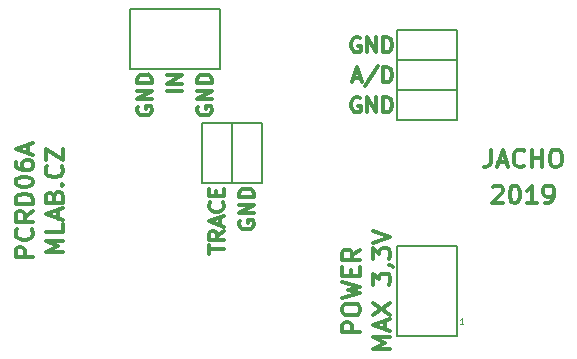
<source format=gbr>
G04 #@! TF.GenerationSoftware,KiCad,Pcbnew,(5.1.0-rc1-3-g6bb8fde48)*
G04 #@! TF.CreationDate,2019-08-06T08:57:09+02:00
G04 #@! TF.ProjectId,PCRD06A,50435244-3036-4412-9e6b-696361645f70,REV*
G04 #@! TF.SameCoordinates,Original*
G04 #@! TF.FileFunction,Legend,Top*
G04 #@! TF.FilePolarity,Positive*
%FSLAX46Y46*%
G04 Gerber Fmt 4.6, Leading zero omitted, Abs format (unit mm)*
G04 Created by KiCad (PCBNEW (5.1.0-rc1-3-g6bb8fde48)) date 2019-08-06 08:57:09*
%MOMM*%
%LPD*%
G04 APERTURE LIST*
%ADD10C,0.300000*%
%ADD11C,0.150000*%
%ADD12C,0.050000*%
G04 APERTURE END LIST*
D10*
X30869571Y32654000D02*
X30745761Y32715904D01*
X30560047Y32715904D01*
X30374333Y32654000D01*
X30250523Y32530190D01*
X30188619Y32406380D01*
X30126714Y32158761D01*
X30126714Y31973047D01*
X30188619Y31725428D01*
X30250523Y31601619D01*
X30374333Y31477809D01*
X30560047Y31415904D01*
X30683857Y31415904D01*
X30869571Y31477809D01*
X30931476Y31539714D01*
X30931476Y31973047D01*
X30683857Y31973047D01*
X31488619Y31415904D02*
X31488619Y32715904D01*
X32231476Y31415904D01*
X32231476Y32715904D01*
X32850523Y31415904D02*
X32850523Y32715904D01*
X33160047Y32715904D01*
X33345761Y32654000D01*
X33469571Y32530190D01*
X33531476Y32406380D01*
X33593380Y32158761D01*
X33593380Y31973047D01*
X33531476Y31725428D01*
X33469571Y31601619D01*
X33345761Y31477809D01*
X33160047Y31415904D01*
X32850523Y31415904D01*
X17130000Y26805571D02*
X17068095Y26681761D01*
X17068095Y26496047D01*
X17130000Y26310333D01*
X17253809Y26186523D01*
X17377619Y26124619D01*
X17625238Y26062714D01*
X17810952Y26062714D01*
X18058571Y26124619D01*
X18182380Y26186523D01*
X18306190Y26310333D01*
X18368095Y26496047D01*
X18368095Y26619857D01*
X18306190Y26805571D01*
X18244285Y26867476D01*
X17810952Y26867476D01*
X17810952Y26619857D01*
X18368095Y27424619D02*
X17068095Y27424619D01*
X18368095Y28167476D01*
X17068095Y28167476D01*
X18368095Y28786523D02*
X17068095Y28786523D01*
X17068095Y29096047D01*
X17130000Y29281761D01*
X17253809Y29405571D01*
X17377619Y29467476D01*
X17625238Y29529380D01*
X17810952Y29529380D01*
X18058571Y29467476D01*
X18182380Y29405571D01*
X18306190Y29281761D01*
X18368095Y29096047D01*
X18368095Y28786523D01*
X15828095Y28105571D02*
X14528095Y28105571D01*
X15828095Y28724619D02*
X14528095Y28724619D01*
X15828095Y29467476D01*
X14528095Y29467476D01*
X30899571Y7711714D02*
X29399571Y7711714D01*
X29399571Y8283142D01*
X29471000Y8426000D01*
X29542428Y8497428D01*
X29685285Y8568857D01*
X29899571Y8568857D01*
X30042428Y8497428D01*
X30113857Y8426000D01*
X30185285Y8283142D01*
X30185285Y7711714D01*
X29399571Y9497428D02*
X29399571Y9783142D01*
X29471000Y9926000D01*
X29613857Y10068857D01*
X29899571Y10140285D01*
X30399571Y10140285D01*
X30685285Y10068857D01*
X30828142Y9926000D01*
X30899571Y9783142D01*
X30899571Y9497428D01*
X30828142Y9354571D01*
X30685285Y9211714D01*
X30399571Y9140285D01*
X29899571Y9140285D01*
X29613857Y9211714D01*
X29471000Y9354571D01*
X29399571Y9497428D01*
X29399571Y10640285D02*
X30899571Y10997428D01*
X29828142Y11283142D01*
X30899571Y11568857D01*
X29399571Y11926000D01*
X30113857Y12497428D02*
X30113857Y12997428D01*
X30899571Y13211714D02*
X30899571Y12497428D01*
X29399571Y12497428D01*
X29399571Y13211714D01*
X30899571Y14711714D02*
X30185285Y14211714D01*
X30899571Y13854571D02*
X29399571Y13854571D01*
X29399571Y14426000D01*
X29471000Y14568857D01*
X29542428Y14640285D01*
X29685285Y14711714D01*
X29899571Y14711714D01*
X30042428Y14640285D01*
X30113857Y14568857D01*
X30185285Y14426000D01*
X30185285Y13854571D01*
X33449571Y6318857D02*
X31949571Y6318857D01*
X33021000Y6818857D01*
X31949571Y7318857D01*
X33449571Y7318857D01*
X33021000Y7961714D02*
X33021000Y8675999D01*
X33449571Y7818857D02*
X31949571Y8318857D01*
X33449571Y8818857D01*
X31949571Y9175999D02*
X33449571Y10176000D01*
X31949571Y10176000D02*
X33449571Y9175999D01*
X31949571Y11747428D02*
X31949571Y12676000D01*
X32521000Y12176000D01*
X32521000Y12390285D01*
X32592428Y12533142D01*
X32663857Y12604571D01*
X32806714Y12676000D01*
X33163857Y12676000D01*
X33306714Y12604571D01*
X33378142Y12533142D01*
X33449571Y12390285D01*
X33449571Y11961714D01*
X33378142Y11818857D01*
X33306714Y11747428D01*
X33378142Y13390285D02*
X33449571Y13390285D01*
X33592428Y13318857D01*
X33663857Y13247428D01*
X31949571Y13890285D02*
X31949571Y14818857D01*
X32521000Y14318857D01*
X32521000Y14533142D01*
X32592428Y14676000D01*
X32663857Y14747428D01*
X32806714Y14818857D01*
X33163857Y14818857D01*
X33306714Y14747428D01*
X33378142Y14676000D01*
X33449571Y14533142D01*
X33449571Y14104571D01*
X33378142Y13961714D01*
X33306714Y13890285D01*
X31949571Y15247428D02*
X33449571Y15747428D01*
X31949571Y16247428D01*
X30312428Y29247333D02*
X30931476Y29247333D01*
X30188619Y28875904D02*
X30621952Y30175904D01*
X31055285Y28875904D01*
X32417190Y30237809D02*
X31302904Y28566380D01*
X32850523Y28875904D02*
X32850523Y30175904D01*
X33160047Y30175904D01*
X33345761Y30114000D01*
X33469571Y29990190D01*
X33531476Y29866380D01*
X33593380Y29618761D01*
X33593380Y29433047D01*
X33531476Y29185428D01*
X33469571Y29061619D01*
X33345761Y28937809D01*
X33160047Y28875904D01*
X32850523Y28875904D01*
X20686000Y17153571D02*
X20624095Y17029761D01*
X20624095Y16844047D01*
X20686000Y16658333D01*
X20809809Y16534523D01*
X20933619Y16472619D01*
X21181238Y16410714D01*
X21366952Y16410714D01*
X21614571Y16472619D01*
X21738380Y16534523D01*
X21862190Y16658333D01*
X21924095Y16844047D01*
X21924095Y16967857D01*
X21862190Y17153571D01*
X21800285Y17215476D01*
X21366952Y17215476D01*
X21366952Y16967857D01*
X21924095Y17772619D02*
X20624095Y17772619D01*
X21924095Y18515476D01*
X20624095Y18515476D01*
X21924095Y19134523D02*
X20624095Y19134523D01*
X20624095Y19444047D01*
X20686000Y19629761D01*
X20809809Y19753571D01*
X20933619Y19815476D01*
X21181238Y19877380D01*
X21366952Y19877380D01*
X21614571Y19815476D01*
X21738380Y19753571D01*
X21862190Y19629761D01*
X21924095Y19444047D01*
X21924095Y19134523D01*
X12050000Y26805571D02*
X11988095Y26681761D01*
X11988095Y26496047D01*
X12050000Y26310333D01*
X12173809Y26186523D01*
X12297619Y26124619D01*
X12545238Y26062714D01*
X12730952Y26062714D01*
X12978571Y26124619D01*
X13102380Y26186523D01*
X13226190Y26310333D01*
X13288095Y26496047D01*
X13288095Y26619857D01*
X13226190Y26805571D01*
X13164285Y26867476D01*
X12730952Y26867476D01*
X12730952Y26619857D01*
X13288095Y27424619D02*
X11988095Y27424619D01*
X13288095Y28167476D01*
X11988095Y28167476D01*
X13288095Y28786523D02*
X11988095Y28786523D01*
X11988095Y29096047D01*
X12050000Y29281761D01*
X12173809Y29405571D01*
X12297619Y29467476D01*
X12545238Y29529380D01*
X12730952Y29529380D01*
X12978571Y29467476D01*
X13102380Y29405571D01*
X13226190Y29281761D01*
X13288095Y29096047D01*
X13288095Y28786523D01*
X30869571Y27574000D02*
X30745761Y27635904D01*
X30560047Y27635904D01*
X30374333Y27574000D01*
X30250523Y27450190D01*
X30188619Y27326380D01*
X30126714Y27078761D01*
X30126714Y26893047D01*
X30188619Y26645428D01*
X30250523Y26521619D01*
X30374333Y26397809D01*
X30560047Y26335904D01*
X30683857Y26335904D01*
X30869571Y26397809D01*
X30931476Y26459714D01*
X30931476Y26893047D01*
X30683857Y26893047D01*
X31488619Y26335904D02*
X31488619Y27635904D01*
X32231476Y26335904D01*
X32231476Y27635904D01*
X32850523Y26335904D02*
X32850523Y27635904D01*
X33160047Y27635904D01*
X33345761Y27574000D01*
X33469571Y27450190D01*
X33531476Y27326380D01*
X33593380Y27078761D01*
X33593380Y26893047D01*
X33531476Y26645428D01*
X33469571Y26521619D01*
X33345761Y26397809D01*
X33160047Y26335904D01*
X32850523Y26335904D01*
X18084095Y14367857D02*
X18084095Y15110714D01*
X19384095Y14739285D02*
X18084095Y14739285D01*
X19384095Y16286904D02*
X18765047Y15853571D01*
X19384095Y15544047D02*
X18084095Y15544047D01*
X18084095Y16039285D01*
X18146000Y16163095D01*
X18207904Y16225000D01*
X18331714Y16286904D01*
X18517428Y16286904D01*
X18641238Y16225000D01*
X18703142Y16163095D01*
X18765047Y16039285D01*
X18765047Y15544047D01*
X19012666Y16782142D02*
X19012666Y17401190D01*
X19384095Y16658333D02*
X18084095Y17091666D01*
X19384095Y17525000D01*
X19260285Y18701190D02*
X19322190Y18639285D01*
X19384095Y18453571D01*
X19384095Y18329761D01*
X19322190Y18144047D01*
X19198380Y18020238D01*
X19074571Y17958333D01*
X18826952Y17896428D01*
X18641238Y17896428D01*
X18393619Y17958333D01*
X18269809Y18020238D01*
X18146000Y18144047D01*
X18084095Y18329761D01*
X18084095Y18453571D01*
X18146000Y18639285D01*
X18207904Y18701190D01*
X18703142Y19258333D02*
X18703142Y19691666D01*
X19384095Y19877380D02*
X19384095Y19258333D01*
X18084095Y19258333D01*
X18084095Y19877380D01*
X42132571Y19982571D02*
X42204000Y20054000D01*
X42346857Y20125428D01*
X42704000Y20125428D01*
X42846857Y20054000D01*
X42918285Y19982571D01*
X42989714Y19839714D01*
X42989714Y19696857D01*
X42918285Y19482571D01*
X42061142Y18625428D01*
X42989714Y18625428D01*
X43918285Y20125428D02*
X44061142Y20125428D01*
X44204000Y20054000D01*
X44275428Y19982571D01*
X44346857Y19839714D01*
X44418285Y19554000D01*
X44418285Y19196857D01*
X44346857Y18911142D01*
X44275428Y18768285D01*
X44204000Y18696857D01*
X44061142Y18625428D01*
X43918285Y18625428D01*
X43775428Y18696857D01*
X43704000Y18768285D01*
X43632571Y18911142D01*
X43561142Y19196857D01*
X43561142Y19554000D01*
X43632571Y19839714D01*
X43704000Y19982571D01*
X43775428Y20054000D01*
X43918285Y20125428D01*
X45846857Y18625428D02*
X44989714Y18625428D01*
X45418285Y18625428D02*
X45418285Y20125428D01*
X45275428Y19911142D01*
X45132571Y19768285D01*
X44989714Y19696857D01*
X46561142Y18625428D02*
X46846857Y18625428D01*
X46989714Y18696857D01*
X47061142Y18768285D01*
X47204000Y18982571D01*
X47275428Y19268285D01*
X47275428Y19839714D01*
X47204000Y19982571D01*
X47132571Y20054000D01*
X46989714Y20125428D01*
X46704000Y20125428D01*
X46561142Y20054000D01*
X46489714Y19982571D01*
X46418285Y19839714D01*
X46418285Y19482571D01*
X46489714Y19339714D01*
X46561142Y19268285D01*
X46704000Y19196857D01*
X46989714Y19196857D01*
X47132571Y19268285D01*
X47204000Y19339714D01*
X47275428Y19482571D01*
X41954000Y23173428D02*
X41954000Y22102000D01*
X41882571Y21887714D01*
X41739714Y21744857D01*
X41525428Y21673428D01*
X41382571Y21673428D01*
X42596857Y22102000D02*
X43311142Y22102000D01*
X42454000Y21673428D02*
X42954000Y23173428D01*
X43454000Y21673428D01*
X44811142Y21816285D02*
X44739714Y21744857D01*
X44525428Y21673428D01*
X44382571Y21673428D01*
X44168285Y21744857D01*
X44025428Y21887714D01*
X43954000Y22030571D01*
X43882571Y22316285D01*
X43882571Y22530571D01*
X43954000Y22816285D01*
X44025428Y22959142D01*
X44168285Y23102000D01*
X44382571Y23173428D01*
X44525428Y23173428D01*
X44739714Y23102000D01*
X44811142Y23030571D01*
X45454000Y21673428D02*
X45454000Y23173428D01*
X45454000Y22459142D02*
X46311142Y22459142D01*
X46311142Y21673428D02*
X46311142Y23173428D01*
X47311142Y23173428D02*
X47596857Y23173428D01*
X47739714Y23102000D01*
X47882571Y22959142D01*
X47954000Y22673428D01*
X47954000Y22173428D01*
X47882571Y21887714D01*
X47739714Y21744857D01*
X47596857Y21673428D01*
X47311142Y21673428D01*
X47168285Y21744857D01*
X47025428Y21887714D01*
X46954000Y22173428D01*
X46954000Y22673428D01*
X47025428Y22959142D01*
X47168285Y23102000D01*
X47311142Y23173428D01*
X5758571Y14474571D02*
X4258571Y14474571D01*
X5330000Y14974571D01*
X4258571Y15474571D01*
X5758571Y15474571D01*
X5758571Y16903142D02*
X5758571Y16188857D01*
X4258571Y16188857D01*
X5330000Y17331714D02*
X5330000Y18046000D01*
X5758571Y17188857D02*
X4258571Y17688857D01*
X5758571Y18188857D01*
X4972857Y19188857D02*
X5044285Y19403142D01*
X5115714Y19474571D01*
X5258571Y19546000D01*
X5472857Y19546000D01*
X5615714Y19474571D01*
X5687142Y19403142D01*
X5758571Y19260285D01*
X5758571Y18688857D01*
X4258571Y18688857D01*
X4258571Y19188857D01*
X4330000Y19331714D01*
X4401428Y19403142D01*
X4544285Y19474571D01*
X4687142Y19474571D01*
X4830000Y19403142D01*
X4901428Y19331714D01*
X4972857Y19188857D01*
X4972857Y18688857D01*
X5615714Y20188857D02*
X5687142Y20260285D01*
X5758571Y20188857D01*
X5687142Y20117428D01*
X5615714Y20188857D01*
X5758571Y20188857D01*
X5615714Y21760285D02*
X5687142Y21688857D01*
X5758571Y21474571D01*
X5758571Y21331714D01*
X5687142Y21117428D01*
X5544285Y20974571D01*
X5401428Y20903142D01*
X5115714Y20831714D01*
X4901428Y20831714D01*
X4615714Y20903142D01*
X4472857Y20974571D01*
X4330000Y21117428D01*
X4258571Y21331714D01*
X4258571Y21474571D01*
X4330000Y21688857D01*
X4401428Y21760285D01*
X4258571Y22260285D02*
X4258571Y23260285D01*
X5758571Y22260285D01*
X5758571Y23260285D01*
X3218571Y14081714D02*
X1718571Y14081714D01*
X1718571Y14653142D01*
X1789999Y14796000D01*
X1861428Y14867428D01*
X2004285Y14938857D01*
X2218571Y14938857D01*
X2361428Y14867428D01*
X2432857Y14796000D01*
X2504285Y14653142D01*
X2504285Y14081714D01*
X3075714Y16438857D02*
X3147142Y16367428D01*
X3218571Y16153142D01*
X3218571Y16010285D01*
X3147142Y15796000D01*
X3004285Y15653142D01*
X2861428Y15581714D01*
X2575714Y15510285D01*
X2361428Y15510285D01*
X2075714Y15581714D01*
X1932857Y15653142D01*
X1789999Y15796000D01*
X1718571Y16010285D01*
X1718571Y16153142D01*
X1790000Y16367428D01*
X1861428Y16438857D01*
X3218571Y17938857D02*
X2504285Y17438857D01*
X3218571Y17081714D02*
X1718571Y17081714D01*
X1718571Y17653142D01*
X1790000Y17796000D01*
X1861428Y17867428D01*
X2004285Y17938857D01*
X2218571Y17938857D01*
X2361428Y17867428D01*
X2432857Y17796000D01*
X2504285Y17653142D01*
X2504285Y17081714D01*
X3218571Y18581714D02*
X1718571Y18581714D01*
X1718571Y18938857D01*
X1790000Y19153142D01*
X1932857Y19296000D01*
X2075714Y19367428D01*
X2361428Y19438857D01*
X2575714Y19438857D01*
X2861428Y19367428D01*
X3004285Y19296000D01*
X3147142Y19153142D01*
X3218571Y18938857D01*
X3218571Y18581714D01*
X1718571Y20367428D02*
X1718571Y20510285D01*
X1790000Y20653142D01*
X1861428Y20724571D01*
X2004285Y20796000D01*
X2290000Y20867428D01*
X2647142Y20867428D01*
X2932857Y20796000D01*
X3075714Y20724571D01*
X3147142Y20653142D01*
X3218571Y20510285D01*
X3218571Y20367428D01*
X3147142Y20224571D01*
X3075714Y20153142D01*
X2932857Y20081714D01*
X2647142Y20010285D01*
X2290000Y20010285D01*
X2004285Y20081714D01*
X1861428Y20153142D01*
X1790000Y20224571D01*
X1718571Y20367428D01*
X1718571Y22153142D02*
X1718571Y21867428D01*
X1790000Y21724571D01*
X1861428Y21653142D01*
X2075714Y21510285D01*
X2361428Y21438857D01*
X2932857Y21438857D01*
X3075714Y21510285D01*
X3147142Y21581714D01*
X3218571Y21724571D01*
X3218571Y22010285D01*
X3147142Y22153142D01*
X3075714Y22224571D01*
X2932857Y22296000D01*
X2575714Y22296000D01*
X2432857Y22224571D01*
X2361428Y22153142D01*
X2290000Y22010285D01*
X2290000Y21724571D01*
X2361428Y21581714D01*
X2432857Y21510285D01*
X2575714Y21438857D01*
X2790000Y22867428D02*
X2790000Y23581714D01*
X3218571Y22724571D02*
X1718571Y23224571D01*
X3218571Y23724571D01*
D11*
X22606000Y20320000D02*
X20066000Y20320000D01*
X22606000Y25400000D02*
X22606000Y20320000D01*
X20066000Y25400000D02*
X22606000Y25400000D01*
X20066000Y20320000D02*
X20066000Y25400000D01*
X11430000Y29972000D02*
X11430000Y35052000D01*
X11430000Y35052000D02*
X19050000Y35052000D01*
X19050000Y35052000D02*
X19050000Y29972000D01*
X19050000Y29972000D02*
X11430000Y29972000D01*
X39116000Y7366000D02*
X34036000Y7366000D01*
X34036000Y7366000D02*
X34036000Y14986000D01*
X34036000Y14986000D02*
X39116000Y14986000D01*
X39116000Y14986000D02*
X39116000Y7366000D01*
X34036000Y33274000D02*
X39116000Y33274000D01*
X39116000Y33274000D02*
X39116000Y30734000D01*
X39116000Y30734000D02*
X34036000Y30734000D01*
X34036000Y30734000D02*
X34036000Y33274000D01*
X20066000Y20320000D02*
X17526000Y20320000D01*
X20066000Y25400000D02*
X20066000Y20320000D01*
X17526000Y25400000D02*
X20066000Y25400000D01*
X17526000Y20320000D02*
X17526000Y25400000D01*
X34036000Y28194000D02*
X39116000Y28194000D01*
X39116000Y28194000D02*
X39116000Y25654000D01*
X39116000Y25654000D02*
X34036000Y25654000D01*
X34036000Y25654000D02*
X34036000Y28194000D01*
X34036000Y28194000D02*
X34036000Y30734000D01*
X39116000Y28194000D02*
X34036000Y28194000D01*
X39116000Y30734000D02*
X39116000Y28194000D01*
X34036000Y30734000D02*
X39116000Y30734000D01*
D12*
X12926190Y29733857D02*
X12926190Y29448142D01*
X12926190Y29591000D02*
X12426190Y29591000D01*
X12497619Y29543380D01*
X12545238Y29495761D01*
X12569047Y29448142D01*
X39639857Y8409809D02*
X39354142Y8409809D01*
X39497000Y8409809D02*
X39497000Y8909809D01*
X39449380Y8838380D01*
X39401761Y8790761D01*
X39354142Y8766952D01*
M02*

</source>
